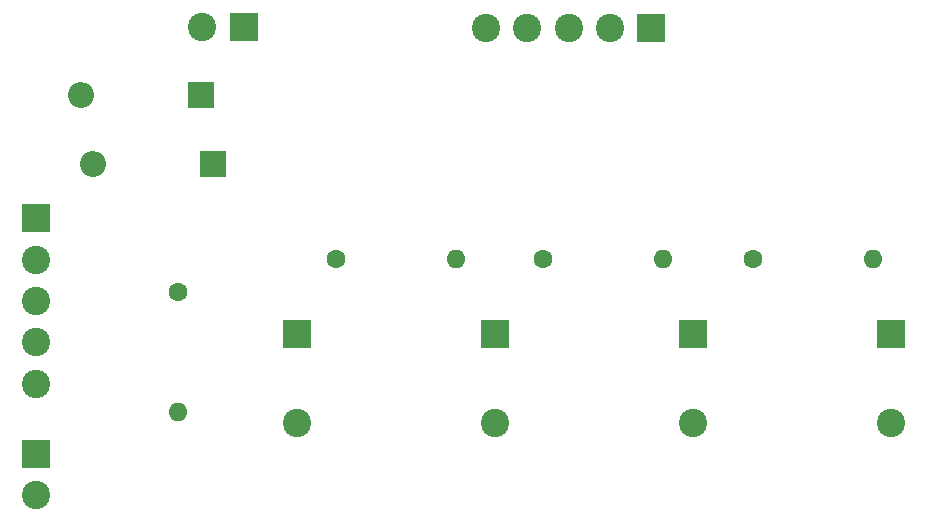
<source format=gbr>
G04 #@! TF.GenerationSoftware,KiCad,Pcbnew,(5.1.2)-1*
G04 #@! TF.CreationDate,2019-05-21T20:16:13-04:00*
G04 #@! TF.ProjectId,power_board,706f7765-725f-4626-9f61-72642e6b6963,0.2*
G04 #@! TF.SameCoordinates,PX5ad6650PY715d7c0*
G04 #@! TF.FileFunction,Copper,L1,Top*
G04 #@! TF.FilePolarity,Positive*
%FSLAX46Y46*%
G04 Gerber Fmt 4.6, Leading zero omitted, Abs format (unit mm)*
G04 Created by KiCad (PCBNEW (5.1.2)-1) date 2019-05-21 20:16:13*
%MOMM*%
%LPD*%
G04 APERTURE LIST*
%ADD10O,1.600000X1.600000*%
%ADD11C,1.600000*%
%ADD12R,2.400000X2.400000*%
%ADD13C,2.400000*%
%ADD14O,2.200000X2.200000*%
%ADD15R,2.200000X2.200000*%
G04 APERTURE END LIST*
D10*
X17050000Y18512000D03*
D11*
X17050000Y28672000D03*
D10*
X75946000Y31496000D03*
D11*
X65786000Y31496000D03*
D10*
X58166000Y31496000D03*
D11*
X48006000Y31496000D03*
D10*
X40640000Y31496000D03*
D11*
X30480000Y31496000D03*
D12*
X5080000Y14986000D03*
D13*
X5080000Y11486000D03*
X43150000Y51054000D03*
X46650000Y51054000D03*
X50150000Y51054000D03*
D12*
X57150000Y51054000D03*
D13*
X53650000Y51054000D03*
X5080000Y20940000D03*
X5080000Y24440000D03*
X5080000Y27940000D03*
D12*
X5080000Y34940000D03*
D13*
X5080000Y31440000D03*
D12*
X22650000Y51172000D03*
D13*
X19150000Y51172000D03*
D14*
X9890000Y39572000D03*
D15*
X20050000Y39572000D03*
D14*
X8890000Y45372000D03*
D15*
X19050000Y45372000D03*
D13*
X77470000Y17646000D03*
D12*
X77470000Y25146000D03*
D13*
X60706000Y17646000D03*
D12*
X60706000Y25146000D03*
D13*
X43942000Y17646000D03*
D12*
X43942000Y25146000D03*
D13*
X27178000Y17646000D03*
D12*
X27178000Y25146000D03*
M02*

</source>
